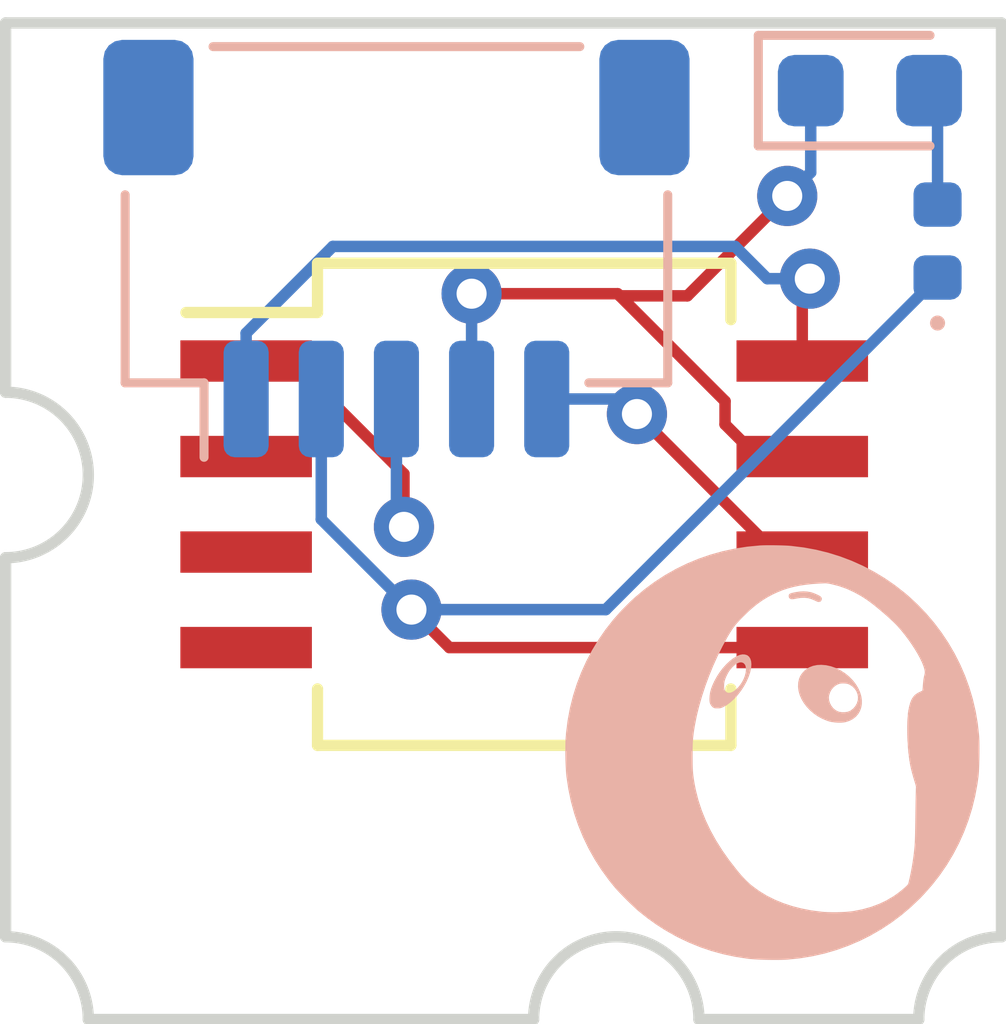
<source format=kicad_pcb>
(kicad_pcb (version 20171130) (host pcbnew 5.1.2-f72e74a~84~ubuntu18.04.1)

  (general
    (thickness 1)
    (drawings 10)
    (tracks 41)
    (zones 0)
    (modules 7)
    (nets 12)
  )

  (page A4)
  (layers
    (0 F.Cu signal)
    (31 B.Cu signal)
    (32 B.Adhes user)
    (33 F.Adhes user)
    (34 B.Paste user)
    (35 F.Paste user)
    (36 B.SilkS user)
    (37 F.SilkS user)
    (38 B.Mask user)
    (39 F.Mask user)
    (40 Dwgs.User user hide)
    (41 Cmts.User user)
    (42 Eco1.User user)
    (43 Eco2.User user)
    (44 Edge.Cuts user)
    (45 Margin user)
    (46 B.CrtYd user)
    (47 F.CrtYd user)
    (48 B.Fab user hide)
    (49 F.Fab user hide)
  )

  (setup
    (last_trace_width 0.1524)
    (trace_clearance 0.1524)
    (zone_clearance 0.1524)
    (zone_45_only no)
    (trace_min 0.1524)
    (via_size 0.8)
    (via_drill 0.4)
    (via_min_size 0.4)
    (via_min_drill 0.3)
    (uvia_size 0.3)
    (uvia_drill 0.1)
    (uvias_allowed no)
    (uvia_min_size 0.2)
    (uvia_min_drill 0.1)
    (edge_width 0.15)
    (segment_width 0.2)
    (pcb_text_width 0.3)
    (pcb_text_size 1.5 1.5)
    (mod_edge_width 0.15)
    (mod_text_size 1 1)
    (mod_text_width 0.15)
    (pad_size 1.524 1.524)
    (pad_drill 0.762)
    (pad_to_mask_clearance 0.2)
    (aux_axis_origin 130.875 80.1)
    (grid_origin 130.875 80.1)
    (visible_elements 7FFFFF7F)
    (pcbplotparams
      (layerselection 0x010fc_ffffffff)
      (usegerberextensions true)
      (usegerberattributes false)
      (usegerberadvancedattributes false)
      (creategerberjobfile false)
      (excludeedgelayer true)
      (linewidth 0.100000)
      (plotframeref false)
      (viasonmask false)
      (mode 1)
      (useauxorigin false)
      (hpglpennumber 1)
      (hpglpenspeed 20)
      (hpglpendiameter 15.000000)
      (psnegative false)
      (psa4output false)
      (plotreference true)
      (plotvalue false)
      (plotinvisibletext false)
      (padsonsilk false)
      (subtractmaskfromsilk false)
      (outputformat 1)
      (mirror false)
      (drillshape 0)
      (scaleselection 1)
      (outputdirectory "grb"))
  )

  (net 0 "")
  (net 1 +5V)
  (net 2 GND)
  (net 3 /GND)
  (net 4 /VDD)
  (net 5 /IFA)
  (net 6 /IFB)
  (net 7 /IFC)
  (net 8 /DATA)
  (net 9 /CSQ)
  (net 10 /SCK)
  (net 11 "Net-(D1-Pad2)")

  (net_class Default "This is the default net class."
    (clearance 0.1524)
    (trace_width 0.1524)
    (via_dia 0.8)
    (via_drill 0.4)
    (uvia_dia 0.3)
    (uvia_drill 0.1)
    (add_net /CSQ)
    (add_net /DATA)
    (add_net /GND)
    (add_net /IFA)
    (add_net /IFB)
    (add_net /IFC)
    (add_net /SCK)
    (add_net /VDD)
    (add_net "Net-(D1-Pad2)")
  )

  (net_class PWR ""
    (clearance 0.1524)
    (trace_width 0.254)
    (via_dia 0.8)
    (via_drill 0.4)
    (uvia_dia 0.3)
    (uvia_drill 0.1)
  )

  (module custom_lib:R1_eyes_mask_5.5mm (layer B.Cu) (tedit 5D39831B) (tstamp 5D39D1F6)
    (at 141.075 89.8)
    (fp_text reference G*** (at 0 0) (layer B.SilkS) hide
      (effects (font (size 1.524 1.524) (thickness 0.3)) (justify mirror))
    )
    (fp_text value LOGO (at 0.75 0) (layer B.SilkS) hide
      (effects (font (size 1.524 1.524) (thickness 0.3)) (justify mirror))
    )
    (fp_poly (pts (xy 0.918423 -0.401777) (xy 0.956263 -0.405066) (xy 0.976759 -0.408897) (xy 1.02839 -0.425874)
      (xy 1.07306 -0.449654) (xy 1.110646 -0.479527) (xy 1.141024 -0.514781) (xy 1.164071 -0.554703)
      (xy 1.179661 -0.598583) (xy 1.187672 -0.645708) (xy 1.18798 -0.695366) (xy 1.180461 -0.746846)
      (xy 1.16499 -0.799436) (xy 1.141445 -0.852424) (xy 1.109701 -0.905099) (xy 1.071669 -0.954398)
      (xy 1.022024 -1.005506) (xy 0.967034 -1.050255) (xy 0.907863 -1.088142) (xy 0.845678 -1.118666)
      (xy 0.781645 -1.141325) (xy 0.716929 -1.155617) (xy 0.652695 -1.161041) (xy 0.598218 -1.158169)
      (xy 0.543393 -1.147107) (xy 0.494297 -1.128036) (xy 0.451371 -1.101148) (xy 0.432887 -1.085333)
      (xy 0.40114 -1.051436) (xy 0.378 -1.016962) (xy 0.362118 -0.97932) (xy 0.352141 -0.935916)
      (xy 0.350986 -0.928145) (xy 0.348426 -0.873755) (xy 0.355286 -0.818691) (xy 0.370934 -0.763752)
      (xy 0.384275 -0.733475) (xy 0.749164 -0.733475) (xy 0.751545 -0.755112) (xy 0.764506 -0.799304)
      (xy 0.785689 -0.838657) (xy 0.814198 -0.872122) (xy 0.849137 -0.898653) (xy 0.88961 -0.917204)
      (xy 0.890453 -0.917481) (xy 0.910411 -0.92146) (xy 0.937461 -0.923152) (xy 0.955684 -0.922976)
      (xy 0.979938 -0.921571) (xy 0.998324 -0.918634) (xy 1.015122 -0.913176) (xy 1.03269 -0.905155)
      (xy 1.069679 -0.881788) (xy 1.100282 -0.851948) (xy 1.123754 -0.817048) (xy 1.139349 -0.778504)
      (xy 1.146322 -0.737728) (xy 1.143925 -0.696134) (xy 1.14367 -0.694722) (xy 1.130966 -0.652824)
      (xy 1.109644 -0.614438) (xy 1.080985 -0.581215) (xy 1.04627 -0.554806) (xy 1.027445 -0.544858)
      (xy 0.997518 -0.53535) (xy 0.962396 -0.530786) (xy 0.92579 -0.531225) (xy 0.891413 -0.536724)
      (xy 0.873531 -0.542426) (xy 0.838383 -0.561486) (xy 0.807691 -0.587944) (xy 0.78244 -0.620087)
      (xy 0.763613 -0.656199) (xy 0.752193 -0.694567) (xy 0.749164 -0.733475) (xy 0.384275 -0.733475)
      (xy 0.394736 -0.709736) (xy 0.426061 -0.657441) (xy 0.464274 -0.607666) (xy 0.508745 -0.561207)
      (xy 0.55884 -0.518864) (xy 0.613926 -0.481434) (xy 0.67337 -0.449716) (xy 0.736541 -0.424507)
      (xy 0.754886 -0.418701) (xy 0.791263 -0.410238) (xy 0.832757 -0.404503) (xy 0.876199 -0.401636)
      (xy 0.918423 -0.401777)) (layer B.SilkS) (width 0.01))
    (fp_poly (pts (xy -0.706335 -0.5924) (xy -0.688801 -0.594815) (xy -0.672121 -0.600076) (xy -0.653322 -0.608404)
      (xy -0.603456 -0.63681) (xy -0.553972 -0.674026) (xy -0.505814 -0.718713) (xy -0.459923 -0.769536)
      (xy -0.417243 -0.825158) (xy -0.378715 -0.884244) (xy -0.345283 -0.945456) (xy -0.317888 -1.007459)
      (xy -0.297474 -1.068917) (xy -0.284982 -1.128492) (xy -0.284619 -1.131129) (xy -0.281851 -1.174196)
      (xy -0.285544 -1.212257) (xy -0.295407 -1.244427) (xy -0.311147 -1.269822) (xy -0.332475 -1.287556)
      (xy -0.336813 -1.289832) (xy -0.364781 -1.298318) (xy -0.396591 -1.299581) (xy -0.428811 -1.293488)
      (xy -0.42926 -1.293346) (xy -0.472797 -1.275057) (xy -0.51773 -1.247842) (xy -0.563119 -1.212665)
      (xy -0.608024 -1.170487) (xy -0.651505 -1.122272) (xy -0.692622 -1.068982) (xy -0.730435 -1.011579)
      (xy -0.764004 -0.951026) (xy -0.76446 -0.950119) (xy -0.789819 -0.895845) (xy -0.798289 -0.873574)
      (xy -0.644716 -0.873574) (xy -0.644457 -0.901315) (xy -0.641879 -0.929311) (xy -0.637433 -0.952702)
      (xy -0.627593 -0.982865) (xy -0.613001 -1.017156) (xy -0.595465 -1.051944) (xy -0.576792 -1.083596)
      (xy -0.561618 -1.105022) (xy -0.530105 -1.140806) (xy -0.498848 -1.168895) (xy -0.468494 -1.189)
      (xy -0.439691 -1.200834) (xy -0.413087 -1.204109) (xy -0.38933 -1.198538) (xy -0.373867 -1.188466)
      (xy -0.359233 -1.171999) (xy -0.349981 -1.152003) (xy -0.345394 -1.126313) (xy -0.344598 -1.100316)
      (xy -0.348416 -1.061085) (xy -0.358413 -1.020767) (xy -0.373735 -0.980451) (xy -0.393534 -0.941228)
      (xy -0.416958 -0.904188) (xy -0.443156 -0.870421) (xy -0.471277 -0.841018) (xy -0.500471 -0.817069)
      (xy -0.529887 -0.799664) (xy -0.558674 -0.789894) (xy -0.585981 -0.788849) (xy -0.587479 -0.789075)
      (xy -0.609774 -0.79761) (xy -0.62813 -0.814429) (xy -0.638195 -0.831686) (xy -0.642635 -0.849295)
      (xy -0.644716 -0.873574) (xy -0.798289 -0.873574) (xy -0.808495 -0.846742) (xy -0.821044 -0.80085)
      (xy -0.82802 -0.756209) (xy -0.829976 -0.71882) (xy -0.829853 -0.693734) (xy -0.828644 -0.67578)
      (xy -0.825892 -0.66195) (xy -0.821139 -0.649235) (xy -0.818557 -0.643751) (xy -0.807788 -0.626421)
      (xy -0.794329 -0.610733) (xy -0.788529 -0.605651) (xy -0.778226 -0.598608) (xy -0.768127 -0.594452)
      (xy -0.755061 -0.592443) (xy -0.735855 -0.591838) (xy -0.729359 -0.59182) (xy -0.706335 -0.5924)) (layer B.SilkS) (width 0.01))
    (fp_poly (pts (xy 0.624692 -2.03183) (xy 0.628884 -2.037238) (xy 0.629842 -2.045434) (xy 0.625424 -2.050854)
      (xy 0.613375 -2.05871) (xy 0.595655 -2.068093) (xy 0.574225 -2.07809) (xy 0.551046 -2.087791)
      (xy 0.528078 -2.096284) (xy 0.507282 -2.102659) (xy 0.505917 -2.103013) (xy 0.462856 -2.110486)
      (xy 0.414361 -2.11286) (xy 0.363785 -2.110138) (xy 0.3175 -2.102965) (xy 0.2902 -2.097186)
      (xy 0.271309 -2.092973) (xy 0.259286 -2.08984) (xy 0.252588 -2.087302) (xy 0.249673 -2.084876)
      (xy 0.248999 -2.082076) (xy 0.248997 -2.081433) (xy 0.250026 -2.073727) (xy 0.253898 -2.069084)
      (xy 0.26214 -2.067369) (xy 0.276276 -2.068449) (xy 0.297832 -2.07219) (xy 0.31496 -2.075657)
      (xy 0.373922 -2.085109) (xy 0.427388 -2.087441) (xy 0.477312 -2.082442) (xy 0.525646 -2.069901)
      (xy 0.574342 -2.049609) (xy 0.579221 -2.047188) (xy 0.601207 -2.036758) (xy 0.615915 -2.031654)
      (xy 0.624692 -2.03183)) (layer B.SilkS) (width 0.06))
  )

  (module custom_lib:R1_face_mask_5.5mm (layer B.Cu) (tedit 5D3982CD) (tstamp 5D39D13C)
    (at 141.075 89.8)
    (fp_text reference G*** (at 0 0) (layer B.SilkS) hide
      (effects (font (size 1.524 1.524) (thickness 0.3)) (justify mirror))
    )
    (fp_text value LOGO (at 0.75 0) (layer B.SilkS) hide
      (effects (font (size 1.524 1.524) (thickness 0.3)) (justify mirror))
    )
    (fp_poly (pts (xy 0.111411 2.752342) (xy 0.160303 2.750966) (xy 0.201791 2.748773) (xy 0.204248 2.748596)
      (xy 0.37073 2.731383) (xy 0.534856 2.704381) (xy 0.696263 2.667764) (xy 0.854589 2.621703)
      (xy 1.00947 2.566372) (xy 1.160545 2.501944) (xy 1.307451 2.42859) (xy 1.449824 2.346485)
      (xy 1.587304 2.255801) (xy 1.719526 2.15671) (xy 1.846128 2.049386) (xy 1.966748 1.934001)
      (xy 2.011488 1.887494) (xy 2.122388 1.762198) (xy 2.224852 1.63132) (xy 2.318766 1.495106)
      (xy 2.404014 1.353803) (xy 2.480485 1.207656) (xy 2.548064 1.056909) (xy 2.606637 0.90181)
      (xy 2.65609 0.742604) (xy 2.69631 0.579535) (xy 2.727184 0.412851) (xy 2.741027 0.31242)
      (xy 2.743688 0.284386) (xy 2.746056 0.247842) (xy 2.748107 0.204435) (xy 2.749818 0.155812)
      (xy 2.751168 0.103621) (xy 2.752131 0.049507) (xy 2.752687 -0.004881) (xy 2.75281 -0.057898)
      (xy 2.752479 -0.107897) (xy 2.751671 -0.153229) (xy 2.750362 -0.19225) (xy 2.748529 -0.223311)
      (xy 2.748521 -0.223409) (xy 2.730425 -0.387738) (xy 2.702523 -0.549947) (xy 2.665024 -0.709636)
      (xy 2.618137 -0.866405) (xy 2.562068 -1.019853) (xy 2.497026 -1.16958) (xy 2.42322 -1.315186)
      (xy 2.340858 -1.456271) (xy 2.250147 -1.592433) (xy 2.151295 -1.723273) (xy 2.044512 -1.848391)
      (xy 1.930005 -1.967385) (xy 1.807982 -2.079856) (xy 1.763827 -2.117365) (xy 1.632339 -2.220164)
      (xy 1.495556 -2.31437) (xy 1.35382 -2.399844) (xy 1.207475 -2.476444) (xy 1.056863 -2.54403)
      (xy 0.902328 -2.602462) (xy 0.744213 -2.651599) (xy 0.582861 -2.6913) (xy 0.418615 -2.721425)
      (xy 0.251818 -2.741834) (xy 0.23622 -2.74323) (xy 0.204605 -2.745421) (xy 0.165273 -2.747283)
      (xy 0.120337 -2.748791) (xy 0.071909 -2.749916) (xy 0.022102 -2.750634) (xy -0.026971 -2.750917)
      (xy -0.073198 -2.75074) (xy -0.114466 -2.750076) (xy -0.148662 -2.748899) (xy -0.161306 -2.748187)
      (xy -0.330938 -2.732042) (xy -0.497622 -2.706308) (xy -0.661092 -2.671099) (xy -0.821084 -2.626529)
      (xy -0.977333 -2.572712) (xy -1.129573 -2.509763) (xy -1.277539 -2.437796) (xy -1.420967 -2.356925)
      (xy -1.559592 -2.267265) (xy -1.693148 -2.168929) (xy -1.82137 -2.062031) (xy -1.882731 -2.006036)
      (xy -2.001121 -1.887867) (xy -2.111521 -1.763571) (xy -2.213759 -1.63351) (xy -2.307662 -1.498048)
      (xy -2.393057 -1.357546) (xy -2.469771 -1.212369) (xy -2.53763 -1.06288) (xy -2.596463 -0.909441)
      (xy -2.646096 -0.752416) (xy -2.686356 -0.592168) (xy -2.71707 -0.42906) (xy -2.738065 -0.263454)
      (xy -2.743516 -0.199168) (xy -2.745765 -0.158243) (xy -2.747194 -0.109784) (xy -2.747842 -0.055741)
      (xy -2.747746 0.001935) (xy -2.747155 0.04572) (xy -1.064134 0.04572) (xy -1.063913 -0.014867)
      (xy -1.0632 -0.067255) (xy -1.061846 -0.113398) (xy -1.059704 -0.155249) (xy -1.056624 -0.194763)
      (xy -1.052459 -0.233895) (xy -1.047061 -0.274598) (xy -1.040281 -0.318827) (xy -1.033317 -0.36068)
      (xy -1.008679 -0.485767) (xy -0.976828 -0.615784) (xy -0.938356 -0.749155) (xy -0.893854 -0.884306)
      (xy -0.843915 -1.01966) (xy -0.789131 -1.153644) (xy -0.730093 -1.284683) (xy -0.667395 -1.411201)
      (xy -0.601627 -1.531623) (xy -0.577862 -1.57226) (xy -0.55215 -1.61415) (xy -0.527608 -1.65107)
      (xy -0.502542 -1.685163) (xy -0.475261 -1.718577) (xy -0.444073 -1.753455) (xy -0.407286 -1.791944)
      (xy -0.393763 -1.805668) (xy -0.325461 -1.872063) (xy -0.259968 -1.930339) (xy -0.19582 -1.981594)
      (xy -0.131555 -2.026927) (xy -0.065708 -2.067436) (xy 0.003183 -2.10422) (xy 0.005625 -2.105432)
      (xy 0.072865 -2.136631) (xy 0.140523 -2.163591) (xy 0.209818 -2.186574) (xy 0.281972 -2.205841)
      (xy 0.358208 -2.221653) (xy 0.439746 -2.234271) (xy 0.527807 -2.243955) (xy 0.623614 -2.250968)
      (xy 0.704301 -2.254743) (xy 0.718468 -2.254065) (xy 0.739174 -2.251605) (xy 0.763042 -2.247805)
      (xy 0.776346 -2.245295) (xy 0.882126 -2.218969) (xy 0.986227 -2.182724) (xy 1.08874 -2.13652)
      (xy 1.189759 -2.080316) (xy 1.268715 -2.028715) (xy 1.304948 -2.002443) (xy 1.345856 -1.971048)
      (xy 1.390005 -1.935764) (xy 1.435964 -1.897826) (xy 1.482299 -1.858467) (xy 1.527577 -1.818921)
      (xy 1.570365 -1.780423) (xy 1.60923 -1.744207) (xy 1.64274 -1.711506) (xy 1.669357 -1.683669)
      (xy 1.719078 -1.626571) (xy 1.768026 -1.565833) (xy 1.815342 -1.502772) (xy 1.860168 -1.438702)
      (xy 1.901646 -1.374939) (xy 1.938916 -1.3128) (xy 1.97112 -1.2536) (xy 1.997399 -1.198654)
      (xy 2.015547 -1.15316) (xy 2.027166 -1.116683) (xy 2.033669 -1.08692) (xy 2.035291 -1.061946)
      (xy 2.032266 -1.039838) (xy 2.030229 -1.032655) (xy 2.021899 -0.999183) (xy 2.015174 -0.95585)
      (xy 2.010045 -0.902582) (xy 2.008557 -0.88048) (xy 2.006914 -0.857285) (xy 2.005091 -0.837827)
      (xy 2.003327 -0.824354) (xy 2.002048 -0.819279) (xy 1.995985 -0.815091) (xy 1.983461 -0.808816)
      (xy 1.971213 -0.803494) (xy 1.935191 -0.785805) (xy 1.90505 -0.764111) (xy 1.880055 -0.737333)
      (xy 1.859472 -0.704396) (xy 1.842567 -0.664221) (xy 1.828606 -0.615733) (xy 1.821731 -0.5842)
      (xy 1.813109 -0.529984) (xy 1.806872 -0.467299) (xy 1.803003 -0.397547) (xy 1.801488 -0.322131)
      (xy 1.80231 -0.242453) (xy 1.805454 -0.159917) (xy 1.810904 -0.075924) (xy 1.818644 0.008122)
      (xy 1.828658 0.090819) (xy 1.829391 0.096143) (xy 1.837683 0.147379) (xy 1.848851 0.201477)
      (xy 1.863299 0.260119) (xy 1.881436 0.324988) (xy 1.897507 0.378106) (xy 1.908001 0.413404)
      (xy 1.914749 0.439777) (xy 1.917856 0.457702) (xy 1.91763 0.467006) (xy 1.916992 0.474183)
      (xy 1.916273 0.490661) (xy 1.91549 0.515578) (xy 1.914662 0.548074) (xy 1.913807 0.587292)
      (xy 1.912943 0.632369) (xy 1.912087 0.682447) (xy 1.911258 0.736665) (xy 1.910474 0.794164)
      (xy 1.910024 0.83058) (xy 1.909099 0.905134) (xy 1.908178 0.970564) (xy 1.907209 1.027906)
      (xy 1.906143 1.078198) (xy 1.904928 1.122475) (xy 1.903514 1.161772) (xy 1.901851 1.197128)
      (xy 1.899886 1.229578) (xy 1.89757 1.260157) (xy 1.894853 1.289903) (xy 1.891682 1.319852)
      (xy 1.888009 1.351039) (xy 1.883781 1.384502) (xy 1.882415 1.395005) (xy 1.87345 1.457467)
      (xy 1.862637 1.522818) (xy 1.850663 1.587228) (xy 1.838216 1.646869) (xy 1.833201 1.66878)
      (xy 1.827194 1.69426) (xy 1.821859 1.716922) (xy 1.817719 1.734535) (xy 1.8153 1.744865)
      (xy 1.815099 1.745727) (xy 1.809514 1.755404) (xy 1.79677 1.76986) (xy 1.778059 1.788088)
      (xy 1.754573 1.80908) (xy 1.727505 1.83183) (xy 1.698047 1.855329) (xy 1.667391 1.87857)
      (xy 1.636729 1.900546) (xy 1.6129 1.916602) (xy 1.519663 1.971439) (xy 1.420366 2.018335)
      (xy 1.314885 2.057335) (xy 1.203099 2.088485) (xy 1.084885 2.111827) (xy 1.07442 2.113471)
      (xy 1.029797 2.119006) (xy 0.977546 2.123267) (xy 0.920123 2.126211) (xy 0.859984 2.127792)
      (xy 0.799587 2.127964) (xy 0.741389 2.126684) (xy 0.687846 2.123906) (xy 0.65532 2.121136)
      (xy 0.518305 2.103124) (xy 0.386889 2.077752) (xy 0.261374 2.045137) (xy 0.142065 2.005393)
      (xy 0.029262 1.958638) (xy -0.07673 1.904986) (xy -0.175609 1.844553) (xy -0.267072 1.777456)
      (xy -0.287693 1.760535) (xy -0.320882 1.731516) (xy -0.353274 1.700572) (xy -0.386365 1.66613)
      (xy -0.421651 1.626622) (xy -0.460628 1.580476) (xy -0.469483 1.56972) (xy -0.573094 1.437268)
      (xy -0.666621 1.304813) (xy -0.750142 1.172203) (xy -0.823732 1.039284) (xy -0.887467 0.905902)
      (xy -0.941423 0.771902) (xy -0.985676 0.637133) (xy -1.020303 0.501439) (xy -1.035661 0.42418)
      (xy -1.043138 0.381036) (xy -1.049213 0.342439) (xy -1.054025 0.306548) (xy -1.057713 0.271523)
      (xy -1.060415 0.235523) (xy -1.06227 0.196709) (xy -1.063415 0.153238) (xy -1.063991 0.103271)
      (xy -1.064134 0.04572) (xy -2.747155 0.04572) (xy -2.746944 0.061296) (xy -2.745474 0.120389)
      (xy -2.743376 0.177265) (xy -2.740686 0.229973) (xy -2.737444 0.276563) (xy -2.733686 0.315085)
      (xy -2.733418 0.31732) (xy -2.707944 0.486852) (xy -2.673272 0.652074) (xy -2.629371 0.813062)
      (xy -2.576208 0.969888) (xy -2.513751 1.122626) (xy -2.44197 1.27135) (xy -2.360831 1.416134)
      (xy -2.270303 1.557052) (xy -2.170354 1.694178) (xy -2.102843 1.778282) (xy -2.077746 1.807266)
      (xy -2.04654 1.841436) (xy -2.010746 1.879272) (xy -1.971884 1.919253) (xy -1.931477 1.959857)
      (xy -1.891045 1.999562) (xy -1.85211 2.036849) (xy -1.816192 2.070195) (xy -1.784814 2.09808)
      (xy -1.773202 2.107923) (xy -1.656874 2.200237) (xy -1.539865 2.283925) (xy -1.420014 2.360414)
      (xy -1.295164 2.43113) (xy -1.24206 2.45877) (xy -1.096799 2.527483) (xy -0.949547 2.586924)
      (xy -0.799455 2.63735) (xy -0.645676 2.679016) (xy -0.48736 2.712177) (xy -0.323658 2.737089)
      (xy -0.31224 2.738498) (xy -0.274326 2.742289) (xy -0.228213 2.745567) (xy -0.175852 2.748295)
      (xy -0.119194 2.750434) (xy -0.060188 2.751946) (xy -0.000785 2.752794) (xy 0.057065 2.752938)
      (xy 0.111411 2.752342)) (layer B.SilkS) (width 0.01))
    (fp_poly (pts (xy -0.475534 -0.929926) (xy -0.460446 -0.941333) (xy -0.458211 -0.94361) (xy -0.442003 -0.964076)
      (xy -0.428697 -0.987188) (xy -0.418605 -1.011348) (xy -0.412039 -1.03496) (xy -0.409309 -1.056426)
      (xy -0.410726 -1.07415) (xy -0.416603 -1.086535) (xy -0.42725 -1.091983) (xy -0.42926 -1.092103)
      (xy -0.436681 -1.08969) (xy -0.448182 -1.083702) (xy -0.449903 -1.082671) (xy -0.466901 -1.067908)
      (xy -0.482633 -1.046401) (xy -0.496083 -1.020683) (xy -0.506236 -0.993289) (xy -0.512079 -0.966754)
      (xy -0.512595 -0.943613) (xy -0.509997 -0.932595) (xy -0.502578 -0.925074) (xy -0.490334 -0.924345)
      (xy -0.475534 -0.929926)) (layer B.Mask) (width 0.01))
    (fp_poly (pts (xy 0.963667 -0.651102) (xy 0.976744 -0.654493) (xy 0.988048 -0.661622) (xy 0.990392 -0.663545)
      (xy 1.009692 -0.685382) (xy 1.019619 -0.709859) (xy 1.019926 -0.735768) (xy 1.010441 -0.761765)
      (xy 0.996012 -0.780859) (xy 0.977537 -0.792325) (xy 0.953024 -0.79721) (xy 0.942228 -0.79756)
      (xy 0.924829 -0.796947) (xy 0.913155 -0.793934) (xy 0.902794 -0.786758) (xy 0.893903 -0.778259)
      (xy 0.877278 -0.755369) (xy 0.869936 -0.730434) (xy 0.871832 -0.705206) (xy 0.882919 -0.681436)
      (xy 0.896859 -0.665951) (xy 0.908713 -0.656754) (xy 0.92003 -0.652033) (xy 0.93513 -0.650369)
      (xy 0.944667 -0.65024) (xy 0.963667 -0.651102)) (layer B.Mask) (width 0.01))
  )

  (module custom_lib:R1_ear_silk_5.5mm (layer B.Cu) (tedit 5A75A981) (tstamp 5D39D1BF)
    (at 141.075 89.8)
    (fp_text reference G*** (at 0 0) (layer B.SilkS) hide
      (effects (font (size 1.524 1.524) (thickness 0.3)) (justify mirror))
    )
    (fp_text value LOGO (at 0.75 0) (layer B.SilkS) hide
      (effects (font (size 1.524 1.524) (thickness 0.3)) (justify mirror))
    )
    (fp_poly (pts (xy 2.178201 0.770262) (xy 2.198348 0.768035) (xy 2.215863 0.764436) (xy 2.231188 0.758692)
      (xy 2.244766 0.750029) (xy 2.257039 0.737676) (xy 2.26845 0.72086) (xy 2.27944 0.698807)
      (xy 2.290453 0.670745) (xy 2.301931 0.635901) (xy 2.314316 0.593502) (xy 2.32805 0.542775)
      (xy 2.343577 0.482948) (xy 2.344299 0.480133) (xy 2.361506 0.407526) (xy 2.37554 0.335724)
      (xy 2.386689 0.262557) (xy 2.395238 0.18585) (xy 2.401474 0.103431) (xy 2.405609 0.01524)
      (xy 2.406717 -0.018405) (xy 2.407222 -0.044525) (xy 2.406933 -0.065749) (xy 2.405658 -0.084703)
      (xy 2.403208 -0.104014) (xy 2.399391 -0.126309) (xy 2.394016 -0.154217) (xy 2.392872 -0.16002)
      (xy 2.376391 -0.238711) (xy 2.358865 -0.313406) (xy 2.340546 -0.383339) (xy 2.321687 -0.447741)
      (xy 2.302541 -0.505845) (xy 2.283359 -0.556882) (xy 2.264394 -0.600085) (xy 2.2459 -0.634686)
      (xy 2.228657 -0.659293) (xy 2.217953 -0.672749) (xy 2.203677 -0.691717) (xy 2.187975 -0.713311)
      (xy 2.177487 -0.728152) (xy 2.151986 -0.762275) (xy 2.128222 -0.789201) (xy 2.106922 -0.808184)
      (xy 2.089823 -0.818106) (xy 2.077848 -0.820698) (xy 2.060149 -0.822358) (xy 2.045639 -0.822712)
      (xy 2.029049 -0.821866) (xy 2.013769 -0.819024) (xy 1.996746 -0.813303) (xy 1.974929 -0.803818)
      (xy 1.96596 -0.799618) (xy 1.943192 -0.787894) (xy 1.921706 -0.775181) (xy 1.904652 -0.763418)
      (xy 1.898199 -0.757955) (xy 1.875298 -0.72971) (xy 1.855228 -0.691883) (xy 1.837972 -0.64442)
      (xy 1.823507 -0.587269) (xy 1.814959 -0.54102) (xy 1.812442 -0.523764) (xy 1.810422 -0.505587)
      (xy 1.808848 -0.485174) (xy 1.807672 -0.461208) (xy 1.806843 -0.432375) (xy 1.806312 -0.397359)
      (xy 1.806029 -0.354844) (xy 1.805945 -0.303516) (xy 1.805945 -0.30226) (xy 1.806068 -0.245778)
      (xy 1.806514 -0.197431) (xy 1.807403 -0.155192) (xy 1.808857 -0.117037) (xy 1.810997 -0.080942)
      (xy 1.813942 -0.044882) (xy 1.817814 -0.006833) (xy 1.822734 0.035231) (xy 1.828823 0.083333)
      (xy 1.829068 0.085222) (xy 1.838126 0.142246) (xy 1.850976 0.204701) (xy 1.867031 0.270699)
      (xy 1.885706 0.338352) (xy 1.906413 0.405773) (xy 1.928565 0.471073) (xy 1.951577 0.532365)
      (xy 1.974862 0.587761) (xy 1.997832 0.635374) (xy 2.00303 0.645063) (xy 2.030897 0.689165)
      (xy 2.061983 0.726483) (xy 2.062588 0.727104) (xy 2.08538 0.748381) (xy 2.106068 0.762098)
      (xy 2.127763 0.769417) (xy 2.153575 0.771498) (xy 2.178201 0.770262)) (layer B.SilkS) (width 0.01))
  )

  (module Package_SO:SO-8_5.3x6.2mm_P1.27mm (layer F.Cu) (tedit 5A02F2D3) (tstamp 5D39C21E)
    (at 137.775 86.5)
    (descr "8-Lead Plastic Small Outline, 5.3x6.2mm Body (http://www.ti.com.cn/cn/lit/ds/symlink/tl7705a.pdf)")
    (tags "SOIC 1.27")
    (path /5D38797F)
    (attr smd)
    (fp_text reference U1 (at 0 -4.13) (layer F.SilkS) hide
      (effects (font (size 1 1) (thickness 0.15)))
    )
    (fp_text value TLI5012B (at 0 4.13) (layer F.Fab)
      (effects (font (size 1 1) (thickness 0.15)))
    )
    (fp_text user %R (at 0 0) (layer F.Fab)
      (effects (font (size 1 1) (thickness 0.15)))
    )
    (fp_line (start -1.65 -3.1) (end 2.65 -3.1) (layer F.Fab) (width 0.15))
    (fp_line (start 2.65 -3.1) (end 2.65 3.1) (layer F.Fab) (width 0.15))
    (fp_line (start 2.65 3.1) (end -2.65 3.1) (layer F.Fab) (width 0.15))
    (fp_line (start -2.65 3.1) (end -2.65 -2.1) (layer F.Fab) (width 0.15))
    (fp_line (start -2.65 -2.1) (end -1.65 -3.1) (layer F.Fab) (width 0.15))
    (fp_line (start -4.83 -3.35) (end -4.83 3.35) (layer F.CrtYd) (width 0.05))
    (fp_line (start 4.83 -3.35) (end 4.83 3.35) (layer F.CrtYd) (width 0.05))
    (fp_line (start -4.83 -3.35) (end 4.83 -3.35) (layer F.CrtYd) (width 0.05))
    (fp_line (start -4.83 3.35) (end 4.83 3.35) (layer F.CrtYd) (width 0.05))
    (fp_line (start -2.75 -3.205) (end -2.75 -2.55) (layer F.SilkS) (width 0.15))
    (fp_line (start 2.75 -3.205) (end 2.75 -2.455) (layer F.SilkS) (width 0.15))
    (fp_line (start 2.75 3.205) (end 2.75 2.455) (layer F.SilkS) (width 0.15))
    (fp_line (start -2.75 3.205) (end -2.75 2.455) (layer F.SilkS) (width 0.15))
    (fp_line (start -2.75 -3.205) (end 2.75 -3.205) (layer F.SilkS) (width 0.15))
    (fp_line (start -2.75 3.205) (end 2.75 3.205) (layer F.SilkS) (width 0.15))
    (fp_line (start -2.75 -2.55) (end -4.5 -2.55) (layer F.SilkS) (width 0.15))
    (pad 1 smd rect (at -3.7 -1.905) (size 1.75 0.55) (layers F.Cu F.Paste F.Mask)
      (net 7 /IFC))
    (pad 2 smd rect (at -3.7 -0.635) (size 1.75 0.55) (layers F.Cu F.Paste F.Mask)
      (net 10 /SCK))
    (pad 3 smd rect (at -3.7 0.635) (size 1.75 0.55) (layers F.Cu F.Paste F.Mask)
      (net 9 /CSQ))
    (pad 4 smd rect (at -3.7 1.905) (size 1.75 0.55) (layers F.Cu F.Paste F.Mask)
      (net 8 /DATA))
    (pad 5 smd rect (at 3.7 1.905) (size 1.75 0.55) (layers F.Cu F.Paste F.Mask)
      (net 5 /IFA))
    (pad 6 smd rect (at 3.7 0.635) (size 1.75 0.55) (layers F.Cu F.Paste F.Mask)
      (net 4 /VDD))
    (pad 7 smd rect (at 3.7 -0.635) (size 1.75 0.55) (layers F.Cu F.Paste F.Mask)
      (net 3 /GND))
    (pad 8 smd rect (at 3.7 -1.905) (size 1.75 0.55) (layers F.Cu F.Paste F.Mask)
      (net 6 /IFB))
    (model ${KISYS3DMOD}/Package_SO.3dshapes/SO-8_5.3x6.2mm_P1.27mm.wrl
      (at (xyz 0 0 0))
      (scale (xyz 1 1 1))
      (rotate (xyz 0 0 0))
    )
  )

  (module Connector_JST:JST_SH_SM05B-SRSS-TB_1x05-1MP_P1.00mm_Horizontal (layer B.Cu) (tedit 5B78AD87) (tstamp 5D39C2FD)
    (at 136.075 83.1)
    (descr "JST SH series connector, SM05B-SRSS-TB (http://www.jst-mfg.com/product/pdf/eng/eSH.pdf), generated with kicad-footprint-generator")
    (tags "connector JST SH top entry")
    (path /5D397F17)
    (attr smd)
    (fp_text reference J1 (at 0 3.98) (layer B.SilkS) hide
      (effects (font (size 1 1) (thickness 0.15)) (justify mirror))
    )
    (fp_text value Conn_01x05_Female (at 0 -3.98) (layer B.Fab)
      (effects (font (size 1 1) (thickness 0.15)) (justify mirror))
    )
    (fp_line (start -3.5 1.675) (end 3.5 1.675) (layer B.Fab) (width 0.1))
    (fp_line (start -3.61 -0.715) (end -3.61 1.785) (layer B.SilkS) (width 0.12))
    (fp_line (start -3.61 1.785) (end -2.56 1.785) (layer B.SilkS) (width 0.12))
    (fp_line (start -2.56 1.785) (end -2.56 2.775) (layer B.SilkS) (width 0.12))
    (fp_line (start 3.61 -0.715) (end 3.61 1.785) (layer B.SilkS) (width 0.12))
    (fp_line (start 3.61 1.785) (end 2.56 1.785) (layer B.SilkS) (width 0.12))
    (fp_line (start -2.44 -2.685) (end 2.44 -2.685) (layer B.SilkS) (width 0.12))
    (fp_line (start -3.5 -2.575) (end 3.5 -2.575) (layer B.Fab) (width 0.1))
    (fp_line (start -3.5 1.675) (end -3.5 -2.575) (layer B.Fab) (width 0.1))
    (fp_line (start 3.5 1.675) (end 3.5 -2.575) (layer B.Fab) (width 0.1))
    (fp_line (start -4.4 3.28) (end -4.4 -3.28) (layer B.CrtYd) (width 0.05))
    (fp_line (start -4.4 -3.28) (end 4.4 -3.28) (layer B.CrtYd) (width 0.05))
    (fp_line (start 4.4 -3.28) (end 4.4 3.28) (layer B.CrtYd) (width 0.05))
    (fp_line (start 4.4 3.28) (end -4.4 3.28) (layer B.CrtYd) (width 0.05))
    (fp_line (start -2.5 1.675) (end -2 0.967893) (layer B.Fab) (width 0.1))
    (fp_line (start -2 0.967893) (end -1.5 1.675) (layer B.Fab) (width 0.1))
    (fp_text user %R (at 0 0) (layer B.Fab)
      (effects (font (size 1 1) (thickness 0.15)) (justify mirror))
    )
    (pad 1 smd roundrect (at -2 2) (size 0.6 1.55) (layers B.Cu B.Paste B.Mask) (roundrect_rratio 0.25)
      (net 6 /IFB))
    (pad 2 smd roundrect (at -1 2) (size 0.6 1.55) (layers B.Cu B.Paste B.Mask) (roundrect_rratio 0.25)
      (net 5 /IFA))
    (pad 3 smd roundrect (at 0 2) (size 0.6 1.55) (layers B.Cu B.Paste B.Mask) (roundrect_rratio 0.25)
      (net 7 /IFC))
    (pad 4 smd roundrect (at 1 2) (size 0.6 1.55) (layers B.Cu B.Paste B.Mask) (roundrect_rratio 0.25)
      (net 3 /GND))
    (pad 5 smd roundrect (at 2 2) (size 0.6 1.55) (layers B.Cu B.Paste B.Mask) (roundrect_rratio 0.25)
      (net 4 /VDD))
    (pad MP smd roundrect (at -3.3 -1.875) (size 1.2 1.8) (layers B.Cu B.Paste B.Mask) (roundrect_rratio 0.208333))
    (pad MP smd roundrect (at 3.3 -1.875) (size 1.2 1.8) (layers B.Cu B.Paste B.Mask) (roundrect_rratio 0.208333))
    (model ${KISYS3DMOD}/Connector_JST.3dshapes/JST_SH_SM05B-SRSS-TB_1x05-1MP_P1.00mm_Horizontal.wrl
      (at (xyz 0 0 0))
      (scale (xyz 1 1 1))
      (rotate (xyz 0 0 0))
    )
  )

  (module LED_SMD:LED_0603_1608Metric (layer B.Cu) (tedit 5B301BBE) (tstamp 5D39CB60)
    (at 142.375 81)
    (descr "LED SMD 0603 (1608 Metric), square (rectangular) end terminal, IPC_7351 nominal, (Body size source: http://www.tortai-tech.com/upload/download/2011102023233369053.pdf), generated with kicad-footprint-generator")
    (tags diode)
    (path /5D397E81)
    (attr smd)
    (fp_text reference D1 (at 0 1.43) (layer B.SilkS) hide
      (effects (font (size 1 1) (thickness 0.15)) (justify mirror))
    )
    (fp_text value LED (at 0 -1.43) (layer B.Fab)
      (effects (font (size 1 1) (thickness 0.15)) (justify mirror))
    )
    (fp_line (start 0.8 0.4) (end -0.5 0.4) (layer B.Fab) (width 0.1))
    (fp_line (start -0.5 0.4) (end -0.8 0.1) (layer B.Fab) (width 0.1))
    (fp_line (start -0.8 0.1) (end -0.8 -0.4) (layer B.Fab) (width 0.1))
    (fp_line (start -0.8 -0.4) (end 0.8 -0.4) (layer B.Fab) (width 0.1))
    (fp_line (start 0.8 -0.4) (end 0.8 0.4) (layer B.Fab) (width 0.1))
    (fp_line (start 0.8 0.735) (end -1.485 0.735) (layer B.SilkS) (width 0.12))
    (fp_line (start -1.485 0.735) (end -1.485 -0.735) (layer B.SilkS) (width 0.12))
    (fp_line (start -1.485 -0.735) (end 0.8 -0.735) (layer B.SilkS) (width 0.12))
    (fp_line (start -1.48 -0.73) (end -1.48 0.73) (layer B.CrtYd) (width 0.05))
    (fp_line (start -1.48 0.73) (end 1.48 0.73) (layer B.CrtYd) (width 0.05))
    (fp_line (start 1.48 0.73) (end 1.48 -0.73) (layer B.CrtYd) (width 0.05))
    (fp_line (start 1.48 -0.73) (end -1.48 -0.73) (layer B.CrtYd) (width 0.05))
    (fp_text user %R (at 0 0) (layer B.Fab)
      (effects (font (size 0.4 0.4) (thickness 0.06)) (justify mirror))
    )
    (pad 1 smd roundrect (at -0.7875 0) (size 0.875 0.95) (layers B.Cu B.Paste B.Mask) (roundrect_rratio 0.25)
      (net 3 /GND))
    (pad 2 smd roundrect (at 0.7875 0) (size 0.875 0.95) (layers B.Cu B.Paste B.Mask) (roundrect_rratio 0.25)
      (net 11 "Net-(D1-Pad2)"))
    (model ${KISYS3DMOD}/LED_SMD.3dshapes/LED_0603_1608Metric.wrl
      (at (xyz 0 0 0))
      (scale (xyz 1 1 1))
      (rotate (xyz 0 0 0))
    )
  )

  (module LED_SMD:LED_0402_1005Metric (layer B.Cu) (tedit 5B301BBE) (tstamp 5D39CB72)
    (at 143.275 83 90)
    (descr "LED SMD 0402 (1005 Metric), square (rectangular) end terminal, IPC_7351 nominal, (Body size source: http://www.tortai-tech.com/upload/download/2011102023233369053.pdf), generated with kicad-footprint-generator")
    (tags LED)
    (path /5D398A35)
    (attr smd)
    (fp_text reference R1 (at 0 1.17 270) (layer B.SilkS) hide
      (effects (font (size 1 1) (thickness 0.15)) (justify mirror))
    )
    (fp_text value 1k (at 0 -1.17 270) (layer B.Fab)
      (effects (font (size 1 1) (thickness 0.15)) (justify mirror))
    )
    (fp_circle (center -1.09 0) (end -1.04 0) (layer B.SilkS) (width 0.1))
    (fp_line (start -0.5 -0.25) (end -0.5 0.25) (layer B.Fab) (width 0.1))
    (fp_line (start -0.5 0.25) (end 0.5 0.25) (layer B.Fab) (width 0.1))
    (fp_line (start 0.5 0.25) (end 0.5 -0.25) (layer B.Fab) (width 0.1))
    (fp_line (start 0.5 -0.25) (end -0.5 -0.25) (layer B.Fab) (width 0.1))
    (fp_line (start -0.4 -0.25) (end -0.4 0.25) (layer B.Fab) (width 0.1))
    (fp_line (start -0.3 -0.25) (end -0.3 0.25) (layer B.Fab) (width 0.1))
    (fp_line (start -0.93 -0.47) (end -0.93 0.47) (layer B.CrtYd) (width 0.05))
    (fp_line (start -0.93 0.47) (end 0.93 0.47) (layer B.CrtYd) (width 0.05))
    (fp_line (start 0.93 0.47) (end 0.93 -0.47) (layer B.CrtYd) (width 0.05))
    (fp_line (start 0.93 -0.47) (end -0.93 -0.47) (layer B.CrtYd) (width 0.05))
    (fp_text user %R (at 0 0 270) (layer B.Fab)
      (effects (font (size 0.25 0.25) (thickness 0.04)) (justify mirror))
    )
    (pad 1 smd roundrect (at -0.485 0 90) (size 0.59 0.64) (layers B.Cu B.Paste B.Mask) (roundrect_rratio 0.25)
      (net 5 /IFA))
    (pad 2 smd roundrect (at 0.485 0 90) (size 0.59 0.64) (layers B.Cu B.Paste B.Mask) (roundrect_rratio 0.25)
      (net 11 "Net-(D1-Pad2)"))
    (model ${KISYS3DMOD}/LED_SMD.3dshapes/LED_0402_1005Metric.wrl
      (at (xyz 0 0 0))
      (scale (xyz 1 1 1))
      (rotate (xyz 0 0 0))
    )
  )

  (gr_arc (start 130.875 86.11) (end 130.875 85.01) (angle 180) (layer Edge.Cuts) (width 0.15) (tstamp 5B9FA8D2))
  (gr_line (start 130.875 80.1) (end 130.875 85.01) (angle 90) (layer Edge.Cuts) (width 0.15) (tstamp 5B9FA8D1))
  (gr_arc (start 144.125 93.35) (end 143.025 93.35) (angle 90) (layer Edge.Cuts) (width 0.15) (tstamp 5B9FA8D0))
  (gr_arc (start 139 93.35) (end 137.9 93.35) (angle 180) (layer Edge.Cuts) (width 0.15) (tstamp 5B9FA8CF))
  (gr_line (start 143.025 93.35) (end 140.1 93.35) (angle 90) (layer Edge.Cuts) (width 0.15) (tstamp 5B9FA8CE))
  (gr_line (start 130.875 80.1) (end 144.125 80.1) (angle 90) (layer Edge.Cuts) (width 0.15) (tstamp 5B9FA8CD))
  (gr_line (start 144.125 80.1) (end 144.125 92.25) (angle 90) (layer Edge.Cuts) (width 0.15) (tstamp 5B9FA8CC))
  (gr_line (start 137.9 93.35) (end 131.975 93.35) (angle 90) (layer Edge.Cuts) (width 0.15) (tstamp 5B9FA8CB))
  (gr_line (start 130.875 92.25) (end 130.875 87.21) (angle 90) (layer Edge.Cuts) (width 0.15) (tstamp 5B9FA8CA))
  (gr_arc (start 130.875 93.35) (end 130.875 92.25) (angle 90) (layer Edge.Cuts) (width 0.15) (tstamp 5B9FA8C9))

  (via (at 137.075 83.7) (size 0.8) (drill 0.4) (layers F.Cu B.Cu) (net 3))
  (segment (start 137.075 85.1) (end 137.075 83.7) (width 0.1524) (layer B.Cu) (net 3))
  (segment (start 140.4476 85.4376) (end 140.875 85.865) (width 0.1524) (layer F.Cu) (net 3))
  (segment (start 140.875 85.865) (end 141.475 85.865) (width 0.1524) (layer F.Cu) (net 3))
  (segment (start 140.4476 85.129082) (end 140.4476 85.4376) (width 0.1524) (layer F.Cu) (net 3))
  (segment (start 137.075 83.7) (end 139.018518 83.7) (width 0.1524) (layer F.Cu) (net 3))
  (segment (start 141.5875 81) (end 141.5875 82.0875) (width 0.1524) (layer B.Cu) (net 3))
  (via (at 141.275 82.4) (size 0.8) (drill 0.4) (layers F.Cu B.Cu) (net 3))
  (segment (start 141.5875 82.0875) (end 141.275 82.4) (width 0.1524) (layer B.Cu) (net 3))
  (segment (start 141.275 82.4) (end 139.946759 83.728241) (width 0.1524) (layer F.Cu) (net 3))
  (segment (start 139.018518 83.7) (end 139.046759 83.728241) (width 0.1524) (layer F.Cu) (net 3))
  (segment (start 139.946759 83.728241) (end 139.046759 83.728241) (width 0.1524) (layer F.Cu) (net 3))
  (segment (start 139.046759 83.728241) (end 140.4476 85.129082) (width 0.1524) (layer F.Cu) (net 3))
  (segment (start 138.075 85.1) (end 139.075 85.1) (width 0.1524) (layer B.Cu) (net 4))
  (via (at 139.275 85.3) (size 0.8) (drill 0.4) (layers F.Cu B.Cu) (net 4))
  (segment (start 139.075 85.1) (end 139.275 85.3) (width 0.1524) (layer B.Cu) (net 4))
  (segment (start 141.11 87.135) (end 141.475 87.135) (width 0.1524) (layer F.Cu) (net 4))
  (segment (start 139.275 85.3) (end 141.11 87.135) (width 0.1524) (layer F.Cu) (net 4))
  (via (at 136.275 87.9) (size 0.8) (drill 0.4) (layers F.Cu B.Cu) (net 5))
  (segment (start 135.075 85.1) (end 135.075 86.7) (width 0.1524) (layer B.Cu) (net 5))
  (segment (start 135.075 86.7) (end 136.275 87.9) (width 0.1524) (layer B.Cu) (net 5))
  (segment (start 136.78 88.405) (end 141.475 88.405) (width 0.1524) (layer F.Cu) (net 5))
  (segment (start 136.275 87.9) (end 136.78 88.405) (width 0.1524) (layer F.Cu) (net 5))
  (segment (start 138.86 87.9) (end 143.275 83.485) (width 0.1524) (layer B.Cu) (net 5))
  (segment (start 136.275 87.9) (end 138.86 87.9) (width 0.1524) (layer B.Cu) (net 5))
  (via (at 141.575 83.5) (size 0.8) (drill 0.4) (layers F.Cu B.Cu) (net 6))
  (segment (start 141.475 84.595) (end 141.475 83.6) (width 0.1524) (layer F.Cu) (net 6))
  (segment (start 141.475 83.6) (end 141.575 83.5) (width 0.1524) (layer F.Cu) (net 6))
  (segment (start 135.228601 83.071399) (end 134.075 84.225) (width 0.1524) (layer B.Cu) (net 6))
  (segment (start 140.580714 83.071399) (end 135.228601 83.071399) (width 0.1524) (layer B.Cu) (net 6))
  (segment (start 134.075 84.225) (end 134.075 85.1) (width 0.1524) (layer B.Cu) (net 6))
  (segment (start 141.009315 83.5) (end 140.580714 83.071399) (width 0.1524) (layer B.Cu) (net 6))
  (segment (start 141.575 83.5) (end 141.009315 83.5) (width 0.1524) (layer B.Cu) (net 6))
  (via (at 136.175 86.8) (size 0.8) (drill 0.4) (layers F.Cu B.Cu) (net 7))
  (segment (start 136.075 85.1) (end 136.075 86.7) (width 0.1524) (layer B.Cu) (net 7))
  (segment (start 136.075 86.7) (end 136.175 86.8) (width 0.1524) (layer B.Cu) (net 7))
  (segment (start 136.175 86.095) (end 134.675 84.595) (width 0.1524) (layer F.Cu) (net 7))
  (segment (start 134.675 84.595) (end 134.075 84.595) (width 0.1524) (layer F.Cu) (net 7))
  (segment (start 136.175 86.8) (end 136.175 86.095) (width 0.1524) (layer F.Cu) (net 7))
  (segment (start 143.275 81.1125) (end 143.1625 81) (width 0.1524) (layer B.Cu) (net 11))
  (segment (start 143.275 82.515) (end 143.275 81.1125) (width 0.1524) (layer B.Cu) (net 11))

  (zone (net 1) (net_name +5V) (layer F.Cu) (tstamp 0) (hatch edge 0.508)
    (connect_pads (clearance 0.1524))
    (min_thickness 0.2032)
    (fill yes (arc_segments 16) (thermal_gap 0.254) (thermal_bridge_width 0.3048))
    (polygon
      (pts
        (xy 130.875 80.1) (xy 144.125 80.1) (xy 144.125 93.35) (xy 130.875 93.35)
      )
    )
  )
  (zone (net 2) (net_name GND) (layer B.Cu) (tstamp 0) (hatch edge 0.508)
    (connect_pads (clearance 0.1524))
    (min_thickness 0.2032)
    (fill yes (arc_segments 16) (thermal_gap 0.254) (thermal_bridge_width 0.3048))
    (polygon
      (pts
        (xy 130.875 80.1) (xy 144.125 80.1) (xy 144.125 93.35) (xy 130.875 93.35)
      )
    )
  )
)

</source>
